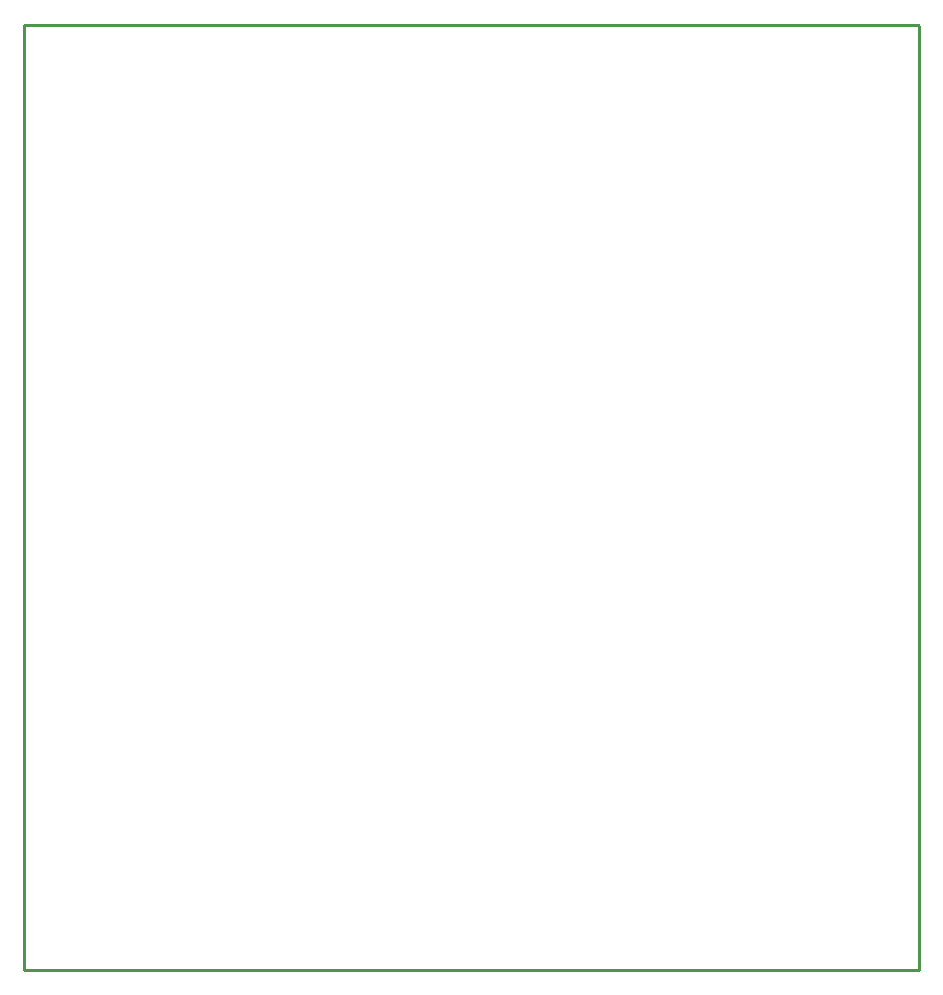
<source format=gko>
G04*
G04 #@! TF.GenerationSoftware,Altium Limited,Altium Designer,19.0.10 (269)*
G04*
G04 Layer_Color=16711935*
%FSLAX25Y25*%
%MOIN*%
G70*
G01*
G75*
%ADD21C,0.01000*%
D21*
X298500D01*
Y314500D01*
X298000Y315000D02*
X298500Y314500D01*
X0Y315000D02*
X298000D01*
X0Y0D02*
Y315000D01*
M02*

</source>
